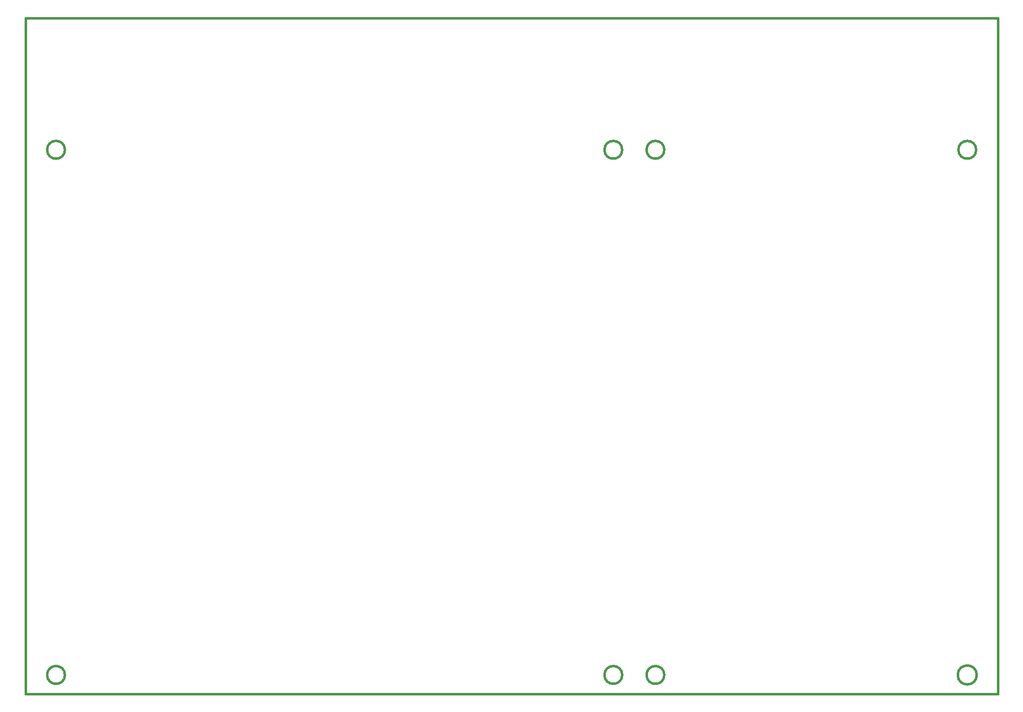
<source format=gbr>
G04 (created by PCBNEW (2013-07-07 BZR 4022)-stable) date 2013-08-19 14:48:15*
%MOIN*%
G04 Gerber Fmt 3.4, Leading zero omitted, Abs format*
%FSLAX34Y34*%
G01*
G70*
G90*
G04 APERTURE LIST*
%ADD10C,0.00393701*%
%ADD11C,0.015*%
G04 APERTURE END LIST*
G54D10*
G54D11*
X90492Y-61024D02*
G75*
G03X90492Y-61024I-630J0D01*
G74*
G01*
X69744Y-61024D02*
G75*
G03X69744Y-61024I-590J0D01*
G74*
G01*
X66948Y-61024D02*
G75*
G03X66948Y-61024I-590J0D01*
G74*
G01*
X29941Y-61024D02*
G75*
G03X29941Y-61024I-591J0D01*
G74*
G01*
X90452Y-26161D02*
G75*
G03X90452Y-26161I-590J0D01*
G74*
G01*
X69744Y-26161D02*
G75*
G03X69744Y-26161I-591J0D01*
G74*
G01*
X66948Y-26161D02*
G75*
G03X66948Y-26161I-590J0D01*
G74*
G01*
X29941Y-26161D02*
G75*
G03X29941Y-26161I-591J0D01*
G74*
G01*
X27323Y-17402D02*
X27323Y-62283D01*
X91890Y-17402D02*
X27323Y-17402D01*
X91890Y-62283D02*
X91890Y-17402D01*
X27323Y-62283D02*
X91890Y-62283D01*
M02*

</source>
